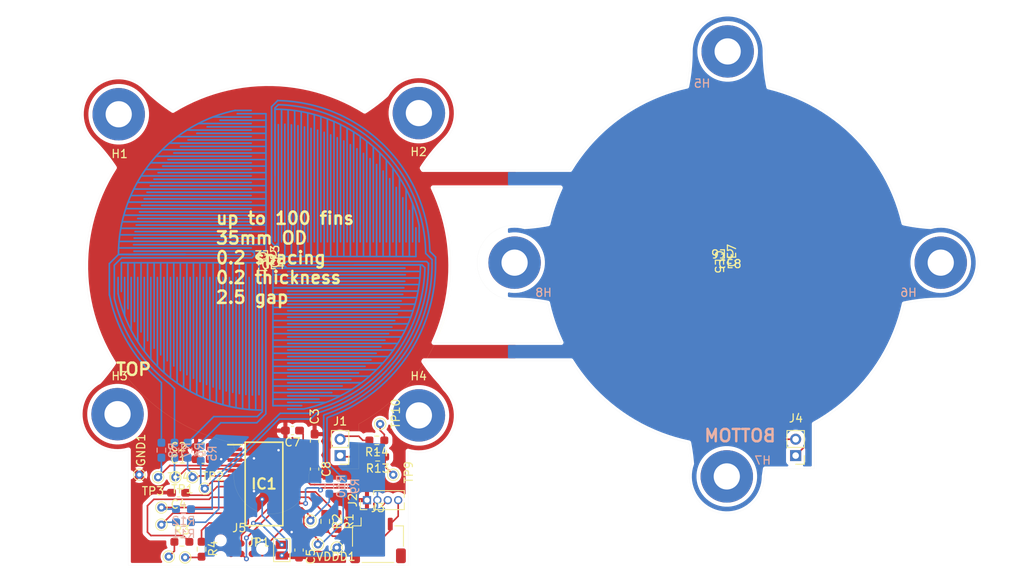
<source format=kicad_pcb>
(kicad_pcb (version 20241229) (generator "pcbnew") (generator_version "9.0")
  (layers (0 "F.Cu" signal) (2 "B.Cu" signal) (13 "F.Paste" user) (15 "B.Paste" user) (5 "F.SilkS" user "F.Silkscreen") (7 "B.SilkS" user "B.Silkscreen") (1 "F.Mask" user) (3 "B.Mask" user) (25 "Edge.Cuts" user))
  (net 0 "")
  (net 1 "Net-(IC1-VCCD)")
  (net 2 "GND")
  (net 3 "VDD")
  (net 4 "Net-(IC1-P5.2)")
  (net 5 "Net-(IC1-P5.3)")
  (net 6 "Net-(IC1-P5.0)")
  (net 7 "Net-(CE1-Pad2)")
  (net 8 "Net-(CE1-Pad1)")
  (net 9 "Net-(CE2-Pad2)")
  (net 10 "Net-(CE2-Pad1)")
  (net 15 "Net-(CE3-Pad1)")
  (net 16 "Net-(CE3-Pad2)")
  (net 17 "Net-(CE4-Pad1)")
  (net 18 "Net-(CE4-Pad2)")
  (net 19 "CAP3B")
  (net 20 "CAP2A")
  (net 22 "Net-(IC1-P0.1)")
  (net 27 "CAP0B")
  (net 28 "/RESET")
  (net 29 "Net-(IC1-P3.7)")
  (net 30 "CAP0A")
  (net 31 "CAP4A")
  (net 32 "Net-(IC1-P0.0)")
  (net 33 "CAP1A")
  (net 34 "CAP2B")
  (net 35 "CAP4B")
  (net 36 "Net-(IC1-P2.1)")
  (net 37 "Net-(IC1-P3.6)")
  (net 38 "CAP1B")
  (net 39 "Net-(IC1-P2.0)")
  (net 40 "CAP3A")
  (net 41 "SCL")
  (net 42 "SDA")
  (net 43 "/UART_TX")
  (net 44 "/UART_RX")
  (net 45 "Net-(J1-Pin_1)")
  (net 46 "Net-(J1-Pin_2)")
  (footprint "ECE382N:02W_02S_COIL_BACK" (layer "F.Cu") (at 186.462915 50.091 180)
    (property "Reference" "CE2")
    (property "Value" "C")
  )
  (footprint "MountingHole:MountingHole_3.2mm_M3_Pad" (layer "F.Cu") (at 216.813046 51.087283)
    (property "Reference" "H8")
    (property "Value" "~")
  )
  (footprint "ECE382N:02W_02S_COIL_BACK" (layer "F.Cu") (at 187.567915 50.341 90)
    (property "Reference" "CE3")
    (property "Value" "C")
  )
  (footprint "Capacitor_SMD:C_0603_1608Metric_Pad1.08x0.95mm_HandSolder" (layer "F.Cu") (at 175.8 79.2 180)
    (property "Reference" "C4")
    (property "Value" "0.1uF")
  )
  (footprint "TestPoint:TestPoint_THTPad_D1.0mm_Drill0.5mm" (layer "F.Cu") (at 177.5 77.3)
    (property "Reference" "TP2")
    (property "Value" "TestPoint")
  )
  (footprint "MountingHole:MountingHole_3.2mm_M3_Pad" (layer "F.Cu") (at 242.822646 25.280883)
    (property "Reference" "H5")
    (property "Value" "~")
  )
  (footprint "Resistor_SMD:R_0603_1608Metric_Pad0.98x0.95mm_HandSolder" (layer "F.Cu") (at 200 72.8 180)
    (property "Reference" "R14")
    (property "Value" "560")
  )
  (footprint "Connector_PinHeader_1.27mm:PinHeader_1x04_P1.27mm_Vertical" (layer "F.Cu") (at 198.795 80.1 90)
    (property "Reference" "J2")
    (property "Value" "Conn_01x04")
  )
  (footprint "Capacitor_SMD:C_0603_1608Metric_Pad1.08x0.95mm_HandSolder" (layer "F.Cu") (at 178.8 75.1 180)
    (property "Reference" "C1")
    (property "Value" "0.1uF")
  )
  (footprint "ECE382N:02W_02S__COIL_FRONT" (layer "F.Cu") (at 242.23072 49.976 180)
    (property "Reference" "CE6")
    (property "Value" "C")
  )
  (footprint "Connector_PinHeader_2.00mm:PinHeader_1x02_P2.00mm_Vertical" (layer "F.Cu") (at 251.121 74.66 180)
    (property "Reference" "J4")
    (property "Value" "Conn_01x02")
  )
  (footprint "TestPoint:TestPoint_THTPad_D1.0mm_Drill0.5mm" (layer "F.Cu") (at 175.4 77.3 180)
    (property "Reference" "TP3")
    (property "Value" "TestPoint")
  )
  (footprint "ECE382N:02W_02S__COIL_FRONT" (layer "F.Cu") (at 243.33572 50.226 90)
    (property "Reference" "CE7")
    (property "Value" "C")
  )
  (footprint "Jumper:SolderJumper-2_P1.3mm_Open_Pad1.0x1.5mm" (layer "F.Cu") (at 188.4 86.2125 90)
    (property "Reference" "JP1")
    (property "Value" "SolderJumper_2_Open")
  )
  (footprint "Capacitor_SMD:C_0603_1608Metric_Pad1.08x0.95mm_HandSolder" (layer "F.Cu") (at 192.4 72.9 90)
    (property "Reference" "C3")
    (property "Value" "2.2n")
  )
  (footprint "TestPoint:TestPoint_THTPad_D1.0mm_Drill0.5mm" (layer "F.Cu") (at 173.7 81 180)
    (property "Reference" "TP8" (hide yes))
    (property "Value" "TestPoint")
  )
  (footprint "TestPoint:TestPoint_THTPad_D1.0mm_Drill0.5mm" (layer "F.Cu") (at 202 77 180)
    (property "Reference" "TP9")
    (property "Value" "TestPoint")
  )
  (footprint "MountingHole:MountingHole_3.2mm_M3_Pad" (layer "F.Cu") (at 168.491566 32.958434)
    (property "Reference" "H1")
    (property "Value" "~")
  )
  (footprint "Connector_PinHeader_2.00mm:PinHeader_1x02_P2.00mm_Vertical" (layer "F.Cu") (at 195.5161 74.66 180)
    (property "Reference" "J1")
    (property "Value" "Conn_01x02" (hide yes))
  )
  (footprint "Connector_JST:JST_SH_SM04B-SRSS-TB_1x04-1MP_P1.00mm_Horizontal" (layer "F.Cu") (at 200.137801 85.026409)
    (property "Reference" "J3")
    (property "Value" "Conn_01x04")
  )
  (footprint "MountingHole:MountingHole_3.2mm_M3_Pad" (layer "F.Cu") (at 268.832246 51.087283)
    (property "Reference" "H6")
    (property "Value" "~")
  )
  (footprint "ECE382N:SOP65P780X200-28N" (layer "F.Cu") (at 186.223505 78.125)
    (property "Reference" "IC1")
    (property "Value" "CY8C4145PVI-PS431" (hide yes))
  )
  (footprint "TestPoint:TestPoint_THTPad_D1.0mm_Drill0.5mm" (layer "F.Cu") (at 173.3 77.3 180)
    (property "Reference" "TP4")
    (property "Value" "TestPoint")
  )
  (footprint "MountingHole:MountingHole_3.2mm_M3_Pad" (layer "F.Cu") (at 205.131046 69.749583)
    (property "Reference" "H4")
    (property "Value" "~")
  )
  (footprint "ECE382N:02W_02S_COIL_BACK" (layer "F.Cu") (at 186.012915 51.102 -90)
    (property "Reference" "CE1")
    (property "Value" "C")
  )
  (footprint "TestPoint:TestPoint_THTPad_D1.0mm_Drill0.5mm" (layer "F.Cu") (at 192.8 85.5 90)
    (property "Reference" "TP5" (hide yes))
    (property "Value" "TestPoint")
  )
  (footprint "Resistor_SMD:R_0603_1608Metric_Pad0.98x0.95mm_HandSolder" (layer "F.Cu") (at 176.2 85.2)
    (property "Reference" "R3")
    (property "Value" "330")
  )
  (footprint "TestPoint:TestPoint_THTPad_D1.0mm_Drill0.5mm" (layer "F.Cu") (at 174.6 87)
    (property "Reference" "TP11" (hide yes))
    (property "Value" "TestPoint")
  )
  (footprint "TestPoint:TestPoint_THTPad_D1.0mm_Drill0.5mm" (layer "F.Cu") (at 191.9 82.6)
    (property "Reference" "TP6" (hide yes))
    (property "Value" "TestPoint")
  )
  (footprint "ECE382N:02W_02S_COIL_BACK" (layer "F.Cu") (at 187.317915 51.362)
    (property "Reference" "CE4")
    (property "Value" "C")
  )
  (footprint "TestPoint:TestPoint_THTPad_D1.0mm_Drill0.5mm" (layer "F.Cu") (at 200.4 70.8 180)
    (property "Reference" "TP10")
    (property "Value" "TestPoint")
  )
  (footprint "Resistor_SMD:R_0603_1608Metric_Pad0.98x0.95mm_HandSolder" (layer "F.Cu") (at 178.6 86.1 90)
    (property "Reference" "R4")
    (property "Value" "330")
  )
  (footprint "Capacitor_SMD:C_0603_1608Metric_Pad1.08x0.95mm_HandSolder" (layer "F.Cu") (at 192.4 76.3 -90)
    (property "Reference" "C8")
    (property "Value" "470n")
  )
  (footprint "Resistor_SMD:R_0603_1608Metric_Pad0.98x0.95mm_HandSolder" (layer "F.Cu") (at 195.2 82.7 -90)
    (property "Reference" "R1")
    (property "Value" "330")
  )
  (footprint "TestPoint:TestPoint_THTPad_D1.0mm_Drill0.5mm" (layer "F.Cu") (at 173.7 83.1 180)
    (property "Reference" "TP7" (hide yes))
    (property "Value" "TestPoint")
  )
  (footprint "ECE382N:02W_02S__COIL_FRONT" (layer "F.Cu") (at 243.08572 51.247)
    (property "Reference" "CE8")
    (property "Value" "C")
  )
  (footprint "Connector:Tag-Connect_TC2030-IDC-NL_2x03_P1.27mm_Vertical" (layer "F.Cu") (at 183.47 86.035 180)
    (property "Reference" "J5")
    (property "Value" "Conn_ARM_SWD_TagConnect_TC2030-NL")
  )
  (footprint "TestPoint:TestPoint_THTPad_D1.0mm_Drill0.5mm" (layer "F.Cu") (at 195.1 85.9 180)
    (property "Reference" "VDDD1")
    (property "Value" "TestPoint")
  )
  (footprint "ECE382N:02W_02S__COIL_FRONT" (layer "F.Cu") (at 241.78072 50.987 -90)
    (property "Reference" "CE5")
    (property "Value" "C")
  )
  (footprint "Capacitor_SMD:C_0603_1608Metric_Pad1.08x0.95mm_HandSolder" (layer "F.Cu") (at 190.5 86.2 -90)
    (property "Reference" "C5")
    (property "Value" "1uF")
  )
  (footprint "MountingHole:MountingHole_3.2mm_M3_Pad" (layer "F.Cu") (at 168.347876 69.597883)
    (property "Reference" "H3")
    (property "Value" "~")
  )
  (footprint "MountingHole:MountingHole_3.2mm_M3_Pad" (layer "F.Cu") (at 242.715396 77.204133)
    (property "Reference" "H7")
    (property "Value" "~")
  )
  (footprint "Resistor_SMD:R_0603_1608Metric_Pad0.98x0.95mm_HandSolder" (layer "F.Cu") (at 193.7 82.7 -90)
    (property "Reference" "R2")
    (property "Value" "330")
  )
  (footprint "TestPoint:TestPoint_THTPad_D1.0mm_Drill0.5mm" (layer "F.Cu") (at 176.6 87.1)
    (property "Reference" "TP12" (hide yes))
    (property "Value" "TestPoint")
  )
  (footprint "TestPoint:TestPoint_THTPad_D1.0mm_Drill0.5mm" (layer "F.Cu") (at 171 77 -90)
    (property "Reference" "GND1")
    (property "Value" "TestPoint")
  )
  (footprint "Resistor_SMD:R_0603_1608Metric_Pad0.98x0.95mm_HandSolder" (layer "F.Cu") (at 200.1 74.8 180)
    (property "Reference" "R13")
    (property "Value" "560")
  )
  (footprint "Capacitor_SMD:C_0603_1608Metric_Pad1.08x0.95mm_HandSolder" (layer "F.Cu") (at 178.8 73.6 180)
    (property "Reference" "C2")
    (property "Value" "0.1uF")
  )
  (footprint "Capacitor_SMD:C_0603_1608Metric_Pad1.08x0.95mm_HandSolder" (layer "F.Cu") (at 189.7 71.6 180)
    (property "Reference" "C7")
    (property "Value" "470n")
  )
  (footprint "MountingHole:MountingHole_3.2mm_M3_Pad" (layer "F.Cu") (at 205.131006 32.814753)
    (property "Reference" "H2")
    (property "Value" "~")
  )
  (footprint "TestPoint:TestPoint_THTPad_D1.0mm_Drill0.5mm" (layer "F.Cu") (at 179 78.7)
    (property "Reference" "TP1")
    (property "Value" "TestPoint")
  )
  (footprint "Resistor_SMD:R_0603_1608Metric_Pad0.98x0.95mm_HandSolder" (layer "B.Cu") (at 176.4 82.8)
    (property "Reference" "R11")
    (property "Value" "560")
  )
  (footprint "Resistor_SMD:R_0603_1608Metric_Pad0.98x0.95mm_HandSolder" (layer "B.Cu") (at 178.5 74.4 90)
    (property "Reference" "R5")
    (property "Value" "560")
  )
  (footprint "Resistor_SMD:R_0603_1608Metric_Pad0.98x0.95mm_HandSolder" (layer "B.Cu") (at 173.7 74 90)
    (property "Reference" "R8")
    (property "Value" "560")
  )
  (footprint "Resistor_SMD:R_0603_1608Metric_Pad0.98x0.95mm_HandSolder" (layer "B.Cu") (at 176.4 81.2)
    (property "Reference" "R12")
    (property "Value" "560")
  )
  (footprint "Resistor_SMD:R_0603_1608Metric_Pad0.98x0.95mm_HandSolder" (layer "B.Cu") (at 176.9 74 90)
    (property "Reference" "R6")
    (property "Value" "560")
  )
  (footprint "Resistor_SMD:R_0603_1608Metric_Pad0.98x0.95mm_HandSolder" (layer "B.Cu") (at 194.2 78.4 90)
    (property "Reference" "R10")
    (property "Value" "560")
  )
  (footprint "Resistor_SMD:R_0603_1608Metric_Pad0.98x0.95mm_HandSolder" (layer "B.Cu") (at 175.3 74 90)
    (property "Reference" "R7")
    (property "Value" "560")
  )
  (footprint "Resistor_SMD:R_0603_1608Metric_Pad0.98x0.95mm_HandSolder" (layer "B.Cu") (at 195.9 78.4 90)
    (property "Reference" "R9")
    (property "Value" "560")
  )
  (gr_arc (start 241.657561 69.567256) (mid 229.980985 65.442987) (end 223.48503 54.9) (stroke (width 0.2)) (layer "F.Cu") (net 46))
  (gr_arc (start 223.770734 49.484577) (mid 227.983107 38.058235) (end 238.4 31.75) (stroke (width 0.2)) (layer "F.Cu") (net 46))
  (gr_arc (start 243.699965 31.736812) (mid 256.40309 37.032601) (end 261.9 49.65) (stroke (width 0.2)) (layer "F.Cu") (net 46))
  (gr_arc (start 174.773714 65.943) (mid 170.440753 61.277946) (end 167.952995 55.4172) (stroke (width 0.2)) (layer "B.Cu") (net 10))
  (gr_arc (start 205.863053 51.7) (mid 201.993987 62.640438) (end 192.367051 69.120018) (stroke (width 0.2)) (layer "B.Cu") (net 18))
  (gr_arc (start 207.166597 51.155728) (mid 203.591214 62.679511) (end 194 70) (stroke (width 0.2)) (layer "B.Cu") (net 15))
  (gr_arc (start 187.882195 31.286187) (mid 200.876977 36.761217) (end 206.469101 49.70604) (stroke (width 0.2)) (layer "B.Cu") (net 15))
  (gr_arc (start 187.963946 31.797564) (mid 200.635265 37.240356) (end 205.964164 49.96) (stroke (width 0.2)) (layer "B.Cu") (net 16))
  (gr_arc (start 173.3 65.35) (mid 169.504185 60.693143) (end 167.376338 55.074707) (stroke (width 0.2)) (layer "B.Cu") (net 9))
  (gr_arc (start 206.299177 51.353274) (mid 202.486677 62.707486) (end 192.620041 69.497405) (stroke (width 0.2)) (layer "B.Cu") (net 17))
  (gr_arc (start 206.735478 51.155121) (mid 203.151587 62.548483) (end 193.569796 69.678858) (stroke (width 0.2)) (layer "B.Cu") (net 16))
  (gr_arc (start 208.766824 56.123035) (mid 204.854234 64.641913) (end 197.784146 70.797682) (stroke (width 0.008)) (layer "F.SilkS"))
  (gr_arc (start 182.464917 73.10369) (mid 174.257781 69.560132) (end 168.103842 63.076083) (stroke (width 0.008)) (layer "F.SilkS"))
  (gr_line (start 197.784146 70.797682) (end 197.784146 76.284083) (stroke (width 0.008)) (layer "F.SilkS"))
  (gr_line (start 197.784146 76.284083) (end 191.814195 76.284083) (stroke (width 0.008)) (layer "F.SilkS"))
  (gr_line (start 191.676799 77.182719) (end 191.814195 76.284083) (stroke (width 0.008)) (layer "F.SilkS"))
  (gr_arc (start 191.676799 77.182719) (mid 186.3339 81.703965) (end 182.815522 75.653404) (stroke (width 0.008)) (layer "F.SilkS"))
  (gr_arc (start 182.464917 73.10369) (mid 182.678102 74.373338) (end 182.815522 75.653404) (stroke (width 0.008)) (layer "F.SilkS"))
  (gr_arc (start 216.813046 55.653635) (mid 212.2889 50.467868) (end 218.040426 46.688975) (stroke (width 0.008)) (layer "Edge.Cuts"))
  (gr_line (start 206.966778 60.840883) (end 222.487259 60.840883) (stroke (width 0.008)) (layer "Edge.Cuts"))
  (gr_arc (start 165.262667 36.187333) (mid 166.696577 37.771834) (end 167.965653 39.49119) (stroke (width 0.008)) (layer "Edge.Cuts"))
  (gr_arc (start 222.487259 60.840883) (mid 221.529753 58.483548) (end 220.847236 56.032423) (stroke (width 0.008)) (layer "Edge.Cuts"))
  (gr_line (start 203.808246 88.069683) (end 203.808246 74.120137) (stroke (width 0.008)) (layer "Edge.Cuts"))
  (gr_arc (start 175.107991 32.487779) (mid 173.343807 31.195145) (end 171.720464 29.729536) (stroke (width 0.008)) (layer "Edge.Cuts"))
  (gr_arc (start 238.256294 25.280883) (mid 242.822646 20.714531) (end 247.388998 25.280883) (stroke (width 0.008)) (layer "Edge.Cuts"))
  (gr_line (start 208.344731 66.505547) (end 207.806458 65.772968) (stroke (width 0.008)) (layer "Edge.Cuts"))
  (gr_arc (start 247.281699 77.182719) (mid 241.9388 81.703965) (end 238.420422 75.653404) (stroke (width 0.008)) (layer "Edge.Cuts"))
  (gr_arc (start 267.604866 46.688975) (mid 273.356392 50.467868) (end 268.832246 55.653635) (stroke (width 0.008)) (layer "Edge.Cuts"))
  (gr_arc (start 223.583609 39.708083) (mid 229.665648 33.160005) (end 237.831414 29.528363) (stroke (width 0.008)) (layer "Edge.Cuts"))
  (gr_arc (start 220.895547 46.331918) (mid 219.473982 46.558391) (end 218.040426 46.688975) (stroke (width 0.008)) (layer "Edge.Cuts"))
  (gr_arc (start 264.371724 56.123035) (mid 266.58967 55.771307) (end 268.832246 55.653635) (stroke (width 0.008)) (layer "Edge.Cuts"))
  (gr_arc (start 216.813046 55.653635) (mid 218.839013 55.748539) (end 220.847236 56.032423) (stroke (width 0.008)) (layer "Edge.Cuts"))
  (gr_arc (start 205.537759 39.52963) (mid 205.594166 39.618724) (end 205.65015 39.708083) (stroke (width 0.008)) (layer "Edge.Cuts"))
  (gr_arc (start 267.604866 46.688975) (mid 265.955471 46.530284) (end 264.323254 46.244706) (stroke (width 0.008)) (layer "Edge.Cuts"))
  (gr_arc (start 175.107991 32.487779) (mid 186.826148 29.211232) (end 198.518452 32.57887) (stroke (width 0.008)) (layer "Edge.Cuts"))
  (gr_line (start 253.389046 70.797682) (end 253.389046 76.284083) (stroke (width 0.008)) (layer "Edge.Cuts"))
  (gr_line (start 169.670646 73.968446) (end 169.670646 88.069683) (stroke (width 0.008)) (layer "Edge.Cuts"))
  (gr_arc (start 238.256294 25.280883) (mid 238.149809 27.415222) (end 237.831414 29.528363) (stroke (width 0.008)) (layer "Edge.Cuts"))
  (gr_arc (start 201.153049 30.572566) (mid 207.892066 29.177708) (end 208.359909 36.043649) (stroke (width 0.008)) (layer "Edge.Cuts"))
  (gr_arc (start 247.833969 29.626599) (mid 247.500531 27.465102) (end 247.388998 25.280883) (stroke (width 0.008)) (layer "Edge.Cuts"))
  (gr_arc (start 207.806458 65.772968) (mid 206.71664 64.502747) (end 205.729285 63.151349) (stroke (width 0.008)) (layer "Edge.Cuts"))
  (gr_line (start 223.708742 63.076083) (end 205.775282 63.076083) (stroke (width 0.008)) (layer "Edge.Cuts"))
  (gr_arc (start 201.153049 30.572566) (mid 199.874538 31.626653) (end 198.518452 32.57887) (stroke (width 0.008)) (layer "Edge.Cuts"))
  (gr_arc (start 205.775282 63.076083) (mid 205.752322 63.113739) (end 205.729285 63.151349) (stroke (width 0.008)) (layer "Edge.Cuts"))
  (gr_arc (start 205.537759 39.52963) (mid 206.857374 37.712596) (end 208.359909 36.043649) (stroke (width 0.008)) (layer "Edge.Cuts"))
  (gr_line (start 205.65015 39.708083) (end 223.583609 39.708083) (stroke (width 0.008)) (layer "Edge.Cuts"))
  (gr_arc (start 264.371724 56.123035) (mid 260.459134 64.641913) (end 253.389046 70.797682) (stroke (width 0.008)) (layer "Edge.Cuts"))
  (gr_arc (start 238.069817 73.10369) (mid 229.862681 69.560132) (end 223.708742 63.076083) (stroke (width 0.008)) (layer "Edge.Cuts"))
  (gr_arc (start 208.344731 66.505547) (mid 209.053974 72.086716) (end 203.808246 74.120137) (stroke (width 0.008)) (layer "Edge.Cuts"))
  (gr_arc (start 238.069817 73.10369) (mid 238.283002 74.373338) (end 238.420422 75.653404) (stroke (width 0.008)) (layer "Edge.Cuts"))
  (gr_line (start 222.392107 41.943283) (end 206.871633 41.943283) (stroke (width 0.008)) (layer "Edge.Cuts"))
  (gr_line (start 247.281699 77.182719) (end 247.419095 76.284083) (stroke (width 0.008)) (layer "Edge.Cuts"))
  (gr_arc (start 206.871633 41.943283) (mid 209.021783 51.381497) (end 206.966778 60.840883) (stroke (width 0.008)) (layer "Edge.Cuts"))
  (gr_arc (start 220.895547 46.331918) (mid 221.529363 44.098566) (end 222.392107 41.943283) (stroke (width 0.008)) (layer "Edge.Cuts"))
  (gr_arc (start 169.670646 73.968446) (mid 164.148379 71.391131) (end 166.105697 65.619918) (stroke (width 0.008)) (layer "Edge.Cuts"))
  (gr_line (start 169.670646 88.069683) (end 203.808246 88.069683) (stroke (width 0.008)) (layer "Edge.Cuts"))
  (gr_arc (start 165.262667 36.187333) (mid 165.262667 29.729535) (end 171.720464 29.729536) (stroke (width 0.008)) (layer "Edge.Cuts"))
  (gr_arc (start 167.872095 63.348564) (mid 164.456998 51.406301) (end 167.965653 39.49119) (stroke (width 0.008)) (layer "Edge.Cuts"))
  (gr_line (start 253.389046 76.284083) (end 247.419095 76.284083) (stroke (width 0.008)) (layer "Edge.Cuts"))
  (gr_arc (start 167.872095 63.348564) (mid 167.027037 64.513902) (end 166.105697 65.619918) (stroke (width 0.008)) (layer "Edge.Cuts"))
  (gr_arc (start 247.833969 29.626599) (mid 258.436826 35.595719) (end 264.323254 46.244706) (stroke (width 0.008)) (layer "Edge.Cuts"))
  (gr_text "TOP" (at 168 65 0) (layer "F.SilkS") (effects (font (size 1.5 1.5) (thickness 0.3) (bold yes)) (justify left bottom)))
  (gr_text "up to 100 fins\n35mm OD\n0.2 spacing\n0.2 thickness\n2.5 gap" (at 180.2 56.2 0) (layer "F.SilkS") (effects (font (size 1.5 1.5) (thickness 0.3) (bold yes)) (justify left bottom)))
  (gr_text "BOTTOM" (at 248.85 73.1 0) (layer "B.SilkS") (effects (font (size 1.5 1.5) (thickness 0.3) (bold yes)) (justify left bottom mirror)))
  (segment (start 180.1 73.9) (end 182.685505 73.9) (width 0.2) (layer "F.Cu") (net 1))
  (segment (start 184.1 79.1) (end 185 80) (width 0.2) (layer "F.Cu") (net 2))
  (segment (start 198.795 82.86921) (end 198.637801 83.026409) (width 0.2) (layer "F.Cu") (net 2))
  (segment (start 198.795 80.1) (end 198.795 82.86921) (width 0.2) (layer "F.Cu") (net 2))
  (segment (start 182.2 84.8) (end 183.699 83.301) (width 0.2) (layer "F.Cu") (net 2))
  (segment (start 185 74) (end 186 74) (width 0.2) (layer "F.Cu") (net 2))
  (segment (start 184.301 82.9661) (end 184.301 82) (width 0.2) (layer "F.Cu") (net 2))
  (segment (start 182.685505 74.55) (end 184.45 74.55) (width 0.2) (layer "F.Cu") (net 2))
  (segment (start 184.301 82) (end 185 82) (width 0.2) (layer "F.Cu") (net 2))
  (segment (start 183.699 83.301) (end 183.9661 83.301) (width 0.2) (layer "F.Cu") (net 2))
  (segment (start 184.45 74.55) (end 185 74) (width 0.2) (layer "F.Cu") (net 2))
  (segment (start 183.9661 83.301) (end 184.301 82.9661) (width 0.2) (layer "F.Cu") (net 2))
  (segment (start 182.685505 79.1) (end 184.1 79.1) (width 0.2) (layer "F.Cu") (net 2))
  (segment (start 182.2 85.4) (end 182.2 84.8) (width 0.2) (layer "F.Cu") (net 2))
  (via (at 186 80) (size 0.6) (drill 0.3) (layers "F.Cu" "B.Cu") (net 2))
  (via (at 188.4 86.862499) (size 0.6) (drill 0.3) (layers "F.Cu" "B.Cu") (net 2))
  (segment (start 189 85) (end 189 86.262499) (width 0.2) (layer "B.Cu") (net 2))
  (segment (start 186 82) (end 189 85) (width 0.2) (layer "B.Cu") (net 2))
  (segment (start 189 86.262499) (end 188.4 86.862499) (width 0.2) (layer "B.Cu") (net 2))
  (segment (start 186 80) (end 186 82) (width 0.2) (layer "B.Cu") (net 2))
  (segment (start 182.685505 75.2) (end 184.8 75.2) (width 0.2) (layer "F.Cu") (net 3))
  (segment (start 182.585505 75.1) (end 182.685505 75.2) (width 0.2) (layer "F.Cu") (net 3))
  (segment (start 179.464686 79.501) (end 180.515686 78.45) (width 0.2) (layer "F.Cu") (net 3))
  (segment (start 179.6625 75.1) (end 181 75.1) (width 0.2) (layer "F.Cu") (net 3))
  (segment (start 195.1 85.9) (end 194.600001 86.399999) (width 0.2) (layer "F.Cu") (net 3))
  (segment (start 176.963501 79.501) (end 179.464686 79.501) (width 0.2) (layer "F.Cu") (net 3))
  (segment (start 181 75.1) (end 182.585505 75.1) (width 0.2) (layer "F.Cu") (net 3))
  (segment (start 184.45 78.45) (end 185 79) (width 0.2) (layer "F.Cu") (net 3))
  (segment (start 180.515686 78.45) (end 182.685505 78.45) (width 0.2) (layer "F.Cu") (net 3))
  (segment (start 189.761505 73.9) (end 188.1 73.9) (width 0.2) (layer "F.Cu") (net 3))
  (segment (start 190.5 85.337499) (end 190.5 84.9) (width 0.2) (layer "F.Cu") (net 3))
  (segment (start 194.600001 86.399999) (end 191.5625 86.399999) (width 0.2) (layer "F.Cu") (net 3))
  (segment (start 200.065 80.1) (end 199.637801 80.527199) (width 0.2) (layer "F.Cu") (net 3))
  (segment (start 188.1 73.9) (end 188 74) (width 0.2) (layer "F.Cu") (net 3))
  (segment (start 184.74 85.4) (end 185.150252 84.989748) (width 0.2) (layer "F.Cu") (net 3))
  (segment (start 176.662501 79.2) (end 176.963501 79.501) (width 0.2) (layer "F.Cu") (net 3))
  (segment (start 189.6 82.511505) (end 189.761505 82.35) (width 0.2) (layer "F.Cu") (net 3))
  (segment (start 185.150252 84.989748) (end 185.999901 84.989748) (width 0.2) (layer "F.Cu") (net 3))
  (segment (start 182.685505 78.45) (end 184.45 78.45) (width 0.2) (layer "F.Cu") (net 3))
  (segment (start 184.8 75.2) (end 185 75) (width 0.2) (layer "F.Cu") (net 3))
  (segment (start 189.6 84) (end 189.6 82.511505) (width 0.2) (layer "F.Cu") (net 3))
  (segment (start 199.637801 80.527199) (end 199.637801 83.026409) (width 0.2) (layer "F.Cu") (net 3))
  (segment (start 191.5625 86.399999) (end 190.5 85.337499) (width 0.2) (layer "F.Cu") (net 3))
  (segment (start 190.5 84.9) (end 189.6 84) (width 0.2) (layer "F.Cu") (net 3))
  (via (at 185 75) (size 0.6) (drill 0.3) (layers "F.Cu" "B.Cu") (net 3))
  (via (at 185.999901 84.989748) (size 0.6) (drill 0.3) (layers "F.Cu" "B.Cu") (net 3))
  (via (at 185 79) (size 0.6) (drill 0.3) (layers "F.Cu" "B.Cu") (net 3))
  (via (at 181 75.1) (size 0.6) (drill 0.3) (layers "F.Cu" "B.Cu") (net 3))
  (via (at 188 74) (size 0.6) (drill 0.3) (layers "F.Cu" "B.Cu") (net 3))
  (via (at 189.6 84) (size 0.6) (drill 0.3) (layers "F.Cu" "B.Cu") (net 3))
  (segment (start 200.065 80.1) (end 200.065 80.935) (width 0.2) (layer "B.Cu") (net 3))
  (segment (start 200 81) (end 199.5 81.5) (width 0.2) (layer "B.Cu") (net 3))
  (segment (start 200.065 80.935) (end 200 81) (width 0.2) (layer "B.Cu") (net 3))
  (segment (start 200.065 80.1) (end 200.065 78.565) (width 0.2) (layer "B.Cu") (net 3))
  (segment (start 192.2 73.737499) (end 190.737499 75.2) (width 0.2) (layer "F.Cu") (net 4))
  (segment (start 190.737499 75.2) (end 189.761505 75.2) (width 0.2) (layer "F.Cu") (net 4))
  (segment (start 191 74.199999) (end 190.649999 74.55) (width 0.2) (layer "F.Cu") (net 5))
  (segment (start 190.562501 71.6) (end 191 72.037499) (width 0.2) (layer "F.Cu") (net 5))
  (segment (start 190.649999 74.55) (end 189.761505 74.55) (width 0.2) (layer "F.Cu") (net 5))
  (segment (start 191 72.037499) (end 191 74.199999) (width 0.2) (layer "F.Cu") (net 5))
  (segment (start 191.987499 75.85) (end 189.761505 75.85) (width 0.2) (layer "F.Cu") (net 6))
  (segment (start 192.4 75.437499) (end 191.987499 75.85) (width 0.2) (layer "F.Cu") (net 6))
  (segment (start 186.012915 69.287085) (end 185.4 69.9) (width 0.2) (layer "B.Cu") (net 7))
  (segment (start 180.0875 69.9) (end 176.9 73.0875) (width 0.2) (layer "B.Cu") (net 7))
  (segment (start 186.012915 61.002) (end 186.012915 69.287085) (width 0.2) (layer "B.Cu") (net 7))
  (segment (start 185.4 69.9) (end 180.0875 69.9) (width 0.2) (layer "B.Cu") (net 7))
  (segment (start 186.012915 61.402) (end 186.012915 68.687085) (width 0.2) (layer "B.Cu") (net 7))
  (segment (start 180.95 70.65) (end 185.35 70.65) (width 0.2) (layer "B.Cu") (net 8))
  (segment (start 178.525 73.075) (end 180.95 70.65) (width 0.2) (layer "B.Cu") (net 8))
  (segment (start 185.35 70.65) (end 186.45 69.55) (width 0.2) (layer "B.Cu") (net 8))
  (segment (start 185.799 52.601) (end 185.612915 52.787085) (width 0.2) (layer "B.Cu") (net 8))
  (segment (start 178.5 73.075) (end 178.525 73.075) (width 0.2) (layer "B.Cu") (net 8))
  (segment (start 186.45 52.841311) (end 186.209689 52.601) (width 0.2) (layer "B.Cu") (net 8))
  (segment (start 185.612915 52.787085) (end 185.612915 59.2) (width 0.2) (layer "B.Cu") (net 8))
  (segment (start 186.45 69.55) (end 186.45 52.841311) (width 0.2) (layer "B.Cu") (net 8))
  (segment (start 186.209689 52.601) (end 185.799 52.601) (width 0.2) (layer "B.Cu") (net 8))
  (segment (start 167.35 51.203915) (end 167.35 55.048369) (width 0.2) (layer "B.Cu") (net 9))
  (segment (start 170.65 50.1) (end 169.717815 50.1) (width 0.2) (layer "B.Cu") (net 9))
  (segment (start 168.462915 50.091) (end 167.35 51.203915) (width 0.2) (layer "B.Cu") (net 9))
  (segment (start 171.012057 50.091) (end 170.679857 50.091) (width 0.2) (layer "B.Cu") (net 9))
  (segment (start 173.3 65.35) (end 173.7 65.75) (width 0.2) (layer "B.Cu") (net 9))
  (segment (start 176.662915 50.091) (end 168.659 50.091) (width 0.2) (layer "B.Cu") (net 9))
  (segment (start 169.717815 50.1) (end 169.385615 50.1) (width 0.2) (layer "B.Cu") (net 9))
  (segment (start 176.562915 50.091) (end 168.462915 50.091) (width 0.2) (layer "B.Cu") (net 9))
  (segment (start 167.35 55.048369) (end 167.376338 55.074707) (width 0.2) (layer "B.Cu") (net 9))
  (segment (start 170.407157 50.091) (end 176.662915 50.091) (width 0.2) (layer "B.Cu") (net 9))
  (segment (start 173.7 65.75) (end 173.7 73.0875) (width 0.2) (layer "B.Cu") (net 9))
  (segment (start 185.05 50.201689) (end 184.751689 50.5) (width 0.2) (layer "B.Cu") (net 10))
  (segment (start 185.05 49.95) (end 185.05 50.201689) (width 0.2) (layer "B.Cu") (net 10))
  (segment (start 167.952995 51.39482) (end 167.952995 55.4172) (width 0.2) (layer "B.Cu") (net 10))
  (segment (start 168.847815 50.5) (end 167.952995 51.39482) (width 0.2) (layer "B.Cu") (net 10))
  (segment (start 178.364915 49.691) (end 184.791 49.691) (width 0.2) (layer "B.Cu") (net 10))
  (segment (start 175.3 66.469286) (end 175.3 73.0875) (width 0.2) (layer "B.Cu") (net 10))
  (segment (start 174.773714 65.943) (end 175.3 66.469286) (width 0.2) (layer "B.Cu") (net 10))
  (segment (start 184.751689 50.5) (end 168.847815 50.5) (width 0.2) (layer "B.Cu") (net 10))
  (segment (start 184.791 49.691) (end 185.05 49.95) (width 0.2) (layer "B.Cu") (net 10))
  (segment (start 195.9 77.4875) (end 193.9125 75.5) (width 0.2) (layer "B.Cu") (net 15))
  (segment (start 206.469101 49.70604) (end 207.166597 50.403536) (width 0.2) (layer "B.Cu") (net 15))
  (segment (start 187.6 49.05) (end 187.579141 49.05) (width 0.2) (layer "B.Cu") (net 15))
  (segment (start 187.15 32.035223) (end 187.899036 31.286187) (width 0.2) (layer "B.Cu") (net 15))
  (segment (start 187.579141 49.05) (end 187.15 48.620859) (width 0.2) (layer "B.Cu") (net 15))
  (segment (start 187.967915 48.682085) (end 187.6 49.05) (width 0.2) (layer "B.Cu") (net 15))
  (segment (start 207.166597 50.403536) (end 207.166597 51.155728) (width 0.2) (layer "B.Cu") (net 15))
  (segment (start 187.15 48.620859) (end 187.15 32.035223) (width 0.2) (layer "B.Cu") (net 15))
  (segment (start 193.9125 70.0875) (end 194 70) (width 0.2) (layer "B.Cu") (net 15))
  (segment (start 187.967915 42.243) (end 187.967915 48.682085) (width 0.2) (layer "B.Cu") (net 15))
  (segment (start 193.9125 75.5) (end 193.9125 70.0875) (width 0.2) (layer "B.Cu") (net 15))
  (segment (start 187.567915 32.193595) (end 187.963946 31.797564) (width 0.2) (layer "B.Cu") (net 16))
  (segment (start 187.567915 40.441) (end 187.567915 32.193595) (width 0.2) (layer "B.Cu") (net 16))
  (segment (start 193.5115 75.6661) (end 194.3 76.4546) (width 0.2) (layer "B.Cu") (net 16))
  (segment (start 193.5115 69.737154) (end 193.5115 70.9885) (width 0.2) (layer "B.Cu") (net 16))
  (segment (start 193.5115 71) (end 193.5115 75.6661) (width 0.2) (layer "B.Cu") (net 16))
  (segment (start 193.5115 70.9885) (end 193.5 71) (width 0.2) (layer "B.Cu") (net 16))
  (segment (start 205.964164 49.96) (end 206.735478 50.731314) (width 0.2) (layer "B.Cu") (net 16))
  (segment (start 187.963946 31.797564) (end 187.954759 31.797564) (width 0.2) (layer "B.Cu") (net 16))
  (segment (start 193.569796 69.678858) (end 193.5115 69.737154) (width 0.2) (layer "B.Cu") (net 16))
  (segment (start 194.3 76.4546) (end 194.3 77.3875) (width 0.2) (layer "B.Cu") (net 16))
  (segment (start 206.735478 50.731314) (end 206.735478 51.155121) (width 0.2) (layer "B.Cu") (net 16))
  (segment (start 194.3 77.3875) (end 194.2 77.4875) (width 0.2) (layer "B.Cu") (net 16))
  (segment (start 193.5 71) (end 193.5115 71) (width 0.2) (layer "B.Cu") (net 16))
  (segment (start 179.1 82.8) (end 177.3125 82.8) (width 0.2) (layer "B.Cu") (net 17))
  (segment (start 192.620041 69.497405) (end 191.9251 70.192346) (width 0.2) (layer "B.Cu") (net 17))
  (segment (start 195.415915 51.762) (end 189.012 51.762) (width 0.2) (layer "B.Cu") (net 17))
  (segment (start 180.7 77.5671) (end 180.7 81.2) (width 0.2) (layer "B.Cu") (net 17))
  (segment (start 188.6 51.35) (end 189 50.95) (width 0.2) (layer "B.Cu") (net 17))
  (segment (start 180.7 81.2) (end 179.1 82.8) (width 0.2) (layer "B.Cu") (net 17))
  (segment (start 188.074754 70.192346) (end 180.7 77.5671) (width 0.2) (layer "B.Cu") (net 17))
  (segment (start 206.299177 51.173261) (end 206.299177 51.353274) (width 0.2) (layer "B.Cu") (net 17))
  (segment (start 189 50.95) (end 206.075916 50.95) (width 0.2) (layer "B.Cu") (net 17))
  (segment (start 189.012 51.762) (end 188.6 51.35) (width 0.2) (layer "B.Cu") (net 17))
  (segment (start 206.075916 50.95) (end 206.299177 51.173261) (width 0.2) (layer "B.Cu") (net 17))
  (segment (start 191.9251 70.192346) (end 188.074754 70.192346) (width 0.2) (layer "B.Cu") (net 17))
  (segment (start 191.992115 69.492115) (end 188.207885 69.492115) (width 0.2) (layer "B.Cu") (net 18))
  (segment (start 205.525053 51.362) (end 205.863053 51.7) (width 0.2) (layer "B.Cu") (net 18))
  (segment (start 179.9 77.8) (end 179.9 81.2) (width 0.2) (layer "B.Cu") (net 18))
  (segment (start 192.366431 69.117799) (end 191.992115 69.492115) (width 0.2) (layer "B.Cu") (net 18))
  (segment (start 179.9 81.2) (end 177.3125 81.2) (width 0.2) (layer "B.Cu") (net 18))
  (segment (start 197.217915 51.362) (end 205.525053 51.362) (width 0.2) (layer "B.Cu") (net 18))
  (segment (start 188.207885 69.492115) (end 179.9 77.8) (width 0.2) (layer "B.Cu") (net 18))
  (segment (start 190.849005 81.05) (end 189.761505 81.05) (width 0.2) (layer "F.Cu") (net 19))
  (segment (start 191.9 82.100995) (end 190.849005 81.05) (width 0.2) (layer "F.Cu") (net 19))
  (segment (start 189.761505 81.174) (end 189.761505 81.05) (width 0.2) (layer "F.Cu") (net 19))
  (segment (start 194.2 80.3) (end 191.9 82.6) (width 0.2) (layer "B.Cu") (net 19))
  (segment (start 194.2 79.3125) (end 194.2 80.3) (width 0.2) (layer "B.Cu") (net 19))
  (segment (start 182.685505 76.5) (end 182.561505 76.376) (width 0.2) (layer "F.Cu") (net 20))
  (segment (start 176.723 76.277) (end 175.6 77.4) (width 0.2) (layer "F.Cu") (net 20))
  (segment (start 181.497005 76.376) (end 181.497005 76.277) (width 0.2) (layer "F.Cu") (net 20))
  (segment (start 181.497005 76.277) (end 176.723 76.277) (width 0.2) (layer "F.Cu") (net 20))
  (segment (start 182.561505 76.376) (end 181.497005 76.376) (width 0.2) (layer "F.Cu") (net 20))
  (segment (start 175.3 77.1) (end 175.6 77.4) (width 0.2) (layer "B.Cu") (net 20))
  (segment (start 175.3 74.9125) (end 175.3 77.1) (width 0.2) (layer "B.Cu") (net 20))
  (segment (start 183.477687 86.67) (end 184.07737 87.269683) (width 0.2) (layer "F.Cu") (net 22))
  (segment (start 188.2 78.3329) (end 188.2 78.274005) (width 0.2) (layer "F.Cu") (net 22))
  (segment (start 188.172005 78.360895) (end 188.2 78.3329) (width 0.2) (layer "F.Cu") (net 22))
  (segment (start 188.2 78.274005) (end 188.674005 77.8) (width 0.2) (layer "F.Cu") (net 22))
  (segment (start 188.172005 80.627995) (end 188.172005 78.360895) (width 0.2) (layer "F.Cu") (net 22))
  (segment (start 184.07737 84.72263) (end 188.172005 80.627995) (width 0.2) (layer "F.Cu") (net 22))
  (segment (start 183.47 86.67) (end 183.477687 86.67) (width 0.2) (layer "F.Cu") (net 22))
  (segment (start 188.674005 77.8) (end 189.761505 77.8) (width 0.2) (layer "F.Cu") (net 22))
  (via (at 184.07737 87.269683) (size 0.6) (drill 0.3) (layers "F.Cu" "B.Cu") (net 22))
  (via (at 184.07737 84.72263) (size 0.6) (drill 0.3) (layers "F.Cu" "B.Cu") (net 22))
  (segment (start 184.07737 84.72263) (end 184.07737 87.269683) (width 0.2) (layer "B.Cu") (net 22))
  (segment (start 192.4 78.2) (end 191.9 78.2) (width 0.2) (layer "F.Cu") (net 27))
  (segment (start 200 73.7125) (end 200 75.2454) (width 0.2) (layer "F.Cu") (net 27))
  (segment (start 200.4 71.575) (end 200.4 70.8) (width 0.2) (layer "F.Cu") (net 27))
  (segment (start 192.401 78.199) (end 192.4 78.2) (width 0.2) (layer "F.Cu") (net 27))
  (segment (start 190.85 77.15) (end 189.761505 77.15) (width 0.2) (layer "F.Cu") (net 27))
  (segment (start 200 75.2454) (end 197.0464 78.199) (width 0.2) (layer "F.Cu") (net 27))
  (segment (start 200.9125 72.8) (end 200 73.7125) (width 0.2) (layer "F.Cu") (net 27))
  (segment (start 200.9125 72.8) (end 200.9125 72.0875) (width 0.2) (layer "F.Cu") (net 27))
  (segment (start 197.0464 78.199) (end 192.401 78.199) (width 0.2) (layer "F.Cu") (net 27))
  (segment (start 200.9125 72.0875) (end 200.4 71.575) (width 0.2) (layer "F.Cu") (net 27))
  (segment (start 191.9 78.2) (end 190.85 77.15) (width 0.2) (layer "F.Cu") (net 27))
  (segment (start 184.93355 82.93355) (end 187.771005 80.096095) (width 0.2) (layer "F.Cu") (net 28))
  (segment (start 183.47 85.4) (end 183.47 84.3971) (width 0.2) (layer "F.Cu") (net 28))
  (segment (start 183.47 84.3971) (end 184.93355 82.93355) (width 0.2) (layer "F.Cu") (net 28))
  (segment (start 188.697005 76.5) (end 189.761505 76.5) (width 0.2) (layer "F.Cu") (net 28))
  (segment (start 187.771005 80.096095) (end 187.771005 77.426) (width 0.2) (layer "F.Cu") (net 28))
  (segment (start 187.771005 77.426) (end 188.697005 76.5) (width 0.2) (layer "F.Cu") (net 28))
  (via (at 188.4 85.562501) (size 0.6) (drill 0.3) (layers "F.Cu" "B.Cu") (net 28))
  (via (at 184.93355 82.93355) (size 0.6) (drill 0.3) (layers "F.Cu" "B.Cu") (net 28))
  (segment (start 188.4 85.562501) (end 185.771048 82.93355) (width 0.2) (layer "B.Cu") (net 28))
  (segment (start 185.771048 82.93355) (end 184.93355 82.93355) (width 0.2) (layer "B.Cu") (net 28))
  (segment (start 192.5125 79.1) (end 195.2 81.7875) (width 0.2) (layer "F.Cu") (net 29))
  (segment (start 189.761505 79.1) (end 192.5125 79.1) (width 0.2) (layer "F.Cu") (net 29))
  (segment (start 201.0125 74.8) (end 201.0125 76.0125) (width 0.2) (layer "F.Cu") (net 30))
  (segment (start 193.130515 78.869485) (end 193.130515 78.678522) (width 0.2) (layer "F.Cu") (net 30))
  (segment (start 201.0125 76.0125) (end 202 77) (width 0.2) (layer "F.Cu") (net 30))
  (segment (start 193.209037 78.6) (end 197.2125 78.6) (width 0.2) (layer "F.Cu") (net 30))
  (segment (start 191.3 80.5) (end 189.861505 80.5) (width 0.2) (layer "F.Cu") (net 30))
  (segment (start 197.2125 78.6) (end 201.0125 74.8) (width 0.2) (layer "F.Cu") (net 30))
  (segment (start 193.130515 78.678522) (end 193.209037 78.6) (width 0.2) (layer "F.Cu") (net 30))
  (segment (start 189.861505 80.5) (end 189.761505 80.4) (width 0.2) (layer "F.Cu") (net 30))
  (via (at 193.130515 78.869485) (size 0.6) (drill 0.3) (layers "F.Cu" "B.Cu") (net 30))
  (via (at 191.3 80.5) (size 0.6) (drill 0.3) (layers "F.Cu" "B.Cu") (net 30))
  (segment (start 192.861029 78.6) (end 191.5 78.6) (width 0.2) (layer "B.Cu") (net 30))
  (segment (start 193.130515 78.869485) (end 192.861029 78.6) (width 0.2) (layer "B.Cu") (net 30))
  (segment (start 191.5 78.6) (end 191.3 78.8) (width 0.2) (layer "B.Cu") (net 30))
  (segment (start 191.3 78.8) (end 191.3 80.5) (width 0.2) (layer "B.Cu") (net 30))
  (segment (start 175.1 81.7) (end 182.685505 81.7) (width 0.2) (layer "F.Cu") (net 31))
  (segment (start 173.7 83.1) (end 175.1 81.7) (width 0.2) (layer "F.Cu") (net 31))
  (segment (start 175.4875 82.8) (end 174 82.8) (width 0.2) (layer "B.Cu") (net 31))
  (segment (start 174 82.8) (end 173.7 83.1) (width 0.2) (layer "B.Cu") (net 31))
  (segment (start 188.573005 78.526995) (end 188.573005 83.537496) (width 0.2) (layer "F.Cu") (net 32))
  (segment (start 188.65 78.45) (end 188.573005 78.526995) (width 0.2) (layer "F.Cu") (net 32))
  (segment (start 186.8563 86.385549) (end 186.360549 86.8813) (width 0.2) (layer "F.Cu") (net 32))
  (segment (start 184.9513 86.8813) (end 184.74 86.67) (width 0.2) (layer "F.Cu") (net 32))
  (segment (start 188.573005 83.537496) (end 186.8563 85.254201) (width 0.2) (layer "F.Cu") (net 32))
  (segment (start 189.761505 78.45) (end 188.65 78.45) (width 0.2) (layer "F.Cu") (net 32))
  (segment (start 186.360549 86.8813) (end 184.9513 86.8813) (width 0.2) (layer "F.Cu") (net 32))
  (segment (start 186.8563 85.254201) (end 186.8563 86.385549) (width 0.2) (layer "F.Cu") (net 32))
  (segment (start 179.1 78.6) (end 179.9 77.8) (width 0.2) (layer "F.Cu") (net 33))
  (segment (start 179.9 77.8) (end 182.685505 77.8) (width 0.2) (layer "F.Cu") (net 33))
  (segment (start 178.5 75.3125) (end 178.5 78.2) (width 0.2) (layer "B.Cu") (net 33))
  (segment (start 178.5 78.2) (end 179 78.7) (width 0.2) (layer "B.Cu") (net 33))
  (segment (start 182.659505 75.876) (end 174.776 75.876) (width 0.2) (layer "F.Cu") (net 34))
  (segment (start 182.685505 75.85) (end 182.659505 75.876) (width 0.2) (layer "F.Cu") (net 34))
  (segment (start 173.3 77.3) (end 174.75 75.85) (width 0.2) (layer "F.Cu") (net 34))
  (segment (start 174.776 75.876) (end 174.75 75.85) (width 0.2) (layer "F.Cu") (net 34))
  (segment (start 173.7 74.9125) (end 173.7 76.9) (width 0.2) (layer "B.Cu") (net 34))
  (segment (start 173.7 76.9) (end 173.3 77.3) (width 0.2) (layer "B.Cu") (net 34))
  (segment (start 182.635505 81) (end 182.685505 81.05) (width 0.2) (layer "F.Cu") (net 35))
  (segment (start 173.7 81) (end 182.635505 81) (width 0.2) (layer "F.Cu") (net 35))
  (segment (start 175.4875 81.2) (end 173.9 81.2) (width 0.2) (layer "B.Cu") (net 35))
  (segment (start 173.9 81.2) (end 173.7 81) (width 0.2) (layer "B.Cu") (net 35))
  (segment (start 178.6 85.1875) (end 178.6 83.8) (width 0.2) (layer "F.Cu") (net 36))
  (segment (start 183.8 82.9) (end 183.9 82.8) (width 0.2) (layer "F.Cu") (net 36))
  (segment (start 178.6 83.8) (end 179.5 82.9) (width 0.2) (layer "F.Cu") (net 36))
  (segment (start 183.9 80.549995) (end 183.750005 80.4) (width 0.2) (layer "F.Cu") (net 36))
  (segment (start 179.5 82.9) (end 183.8 82.9) (width 0.2) (layer "F.Cu") (net 36))
  (segment (start 183.9 82.8) (end 183.9 80.549995) (width 0.2) (layer "F.Cu") (net 36))
  (segment (start 183.750005 80.4) (end 182.685505 80.4) (width 0.2) (layer "F.Cu") (net 36))
  (segment (start 191.6625 79.75) (end 193.7 81.7875) (width 0.2) (layer "F.Cu") (net 37))
  (segment (start 189.761505 79.75) (end 191.6625 79.75) (width 0.2) (layer "F.Cu") (net 37))
  (segment (start 189.696505 79.815) (end 189.761505 79.75) (width 0.2) (layer "F.Cu") (net 37))
  (segment (start 178 77.4) (end 178.25 77.15) (width 0.2) (layer "F.Cu") (net 38))
  (segment (start 178.25 77.15) (end 182.685505 77.15) (width 0.2) (layer "F.Cu") (net 38))
  (segment (start 176.9 74.9125) (end 176.9 76.3) (width 0.2) (layer "B.Cu") (net 38))
  (segment (start 176.9 76.3) (end 178 77.4) (width 0.2) (layer "B.Cu") (net 38))
  (segment (start 182.685505 79.75) (end 179.782786 79.75) (width 0.2) (layer "F.Cu") (net 39))
  (segment (start 179.532786 80) (end 172.783607 80) (width 0.2) (layer "F.Cu") (net 39))
  (segment (start 172.783607 80) (end 172 80.783607) (width 0.2) (layer "F.Cu") (net 39))
  (segment (start 172.424 84.424) (end 176.3365 84.424) (width 0.2) (layer "F.Cu") (net 39))
  (segment (start 179.782786 79.75) (end 179.532786 80) (width 0.2) (layer "F.Cu") (net 39))
  (segment (start 172 80.783607) (end 172 84) (width 0.2) (layer "F.Cu") (net 39))
  (segment (start 176.3365 84.424) (end 177.1125 85.2) (width 0.2) (layer "F.Cu") (net 39))
  (segment (start 172 84) (end 172.424 84.424) (width 0.2) (layer "F.Cu") (net 39))
  (segment (start 189.761505 81.7) (end 190.931905 81.7) (width 0.2) (layer "F.Cu") (net 40))
  (segment (start 191.099 81.867095) (end 191.099 83.199) (width 0.2) (layer "F.Cu") (net 40))
  (segment (start 192.8 84.9) (end 192.8 85.5) (width 0.2) (layer "F.Cu") (net 40))
  (segment (start 191.099 83.199) (end 192.8 84.9) (width 0.2) (layer "F.Cu") (net 40))
  (segment (start 190.931905 81.7) (end 191.099 81.867095) (width 0.2) (layer "F.Cu") (net 40))
  (segment (start 195.9 79.3125) (end 195.9 82.8) (width 0.2) (layer "B.Cu") (net 40))
  (segment (start 195.9 82.8) (end 193 85.7) (width 0.2) (layer "B.Cu") (net 40))
  (segment (start 200.939209 84.5) (end 201.637801 83.801408) (width 0.2) (layer "F.Cu") (net 41))
  (segment (start 201.637801 83.801408) (end 201.637801 83.026409) (width 0.2) (layer "F.Cu") (net 41))
  (segment (start 200.3671 84.5) (end 200.939209 84.5) (width 0.2) (layer "F.Cu") (net 41))
  (segment (start 200.363691 84.503409) (end 200.3671 84.5) (width 0.2) (layer "F.Cu") (net 41))
  (segment (start 202.605 82.05921) (end 201.637801 83.026409) (width 0.2) (layer "F.Cu") (net 41))
  (segment (start 193.7 83.6125) (end 194.590909 84.503409) (width 0.2) (layer "F.Cu") (net 41))
  (segment (start 194.590909 84.503409) (end 200.363691 84.503409) (width 0.2) (layer "F.Cu") (net 41))
  (segment (start 202.605 80.1) (end 202.605 82.05921) (width 0.2) (layer "F.Cu") (net 41))
  (segment (start 195.0125 83.7) (end 195.414909 84.102409) (width 0.2) (layer "F.Cu") (net 42))
  (segment (start 201.335 80.1) (end 200.637801 80.797199) (width 0.2) (layer "F.Cu") (net 42))
  (segment (start 200.197591 84.102409) (end 200.637801 83.662199) (width 0.2) (layer "F.Cu") (net 42))
  (segment (start 200.637801 80.797199) (end 200.637801 83.026409) (width 0.2) (layer "F.Cu") (net 42))
  (segment (start 200.637801 83.662199) (end 200.637801 83.026409) (width 0.2) (layer "F.Cu") (net 42))
  (segment (start 195.414909 84.102409) (end 200.197591 84.102409) (width 0.2) (layer "F.Cu") (net 42))
  (segment (start 176.6 87.1) (end 178.5125 87.1) (width 0.2) (layer "F.Cu") (net 43))
  (segment (start 181.7347 86.2047) (end 182.2 86.67) (width 0.2) (layer "F.Cu") (net 43))
  (segment (start 179.4078 86.2047) (end 181.7347 86.2047) (width 0.2) (layer "F.Cu") (net 43))
  (segment (start 178.6 87.0125) (end 179.4078 86.2047) (width 0.2) (layer "F.Cu") (net 43))
  (segment (start 178.5125 87.1) (end 178.6 87.0125) (width 0.2) (layer "F.Cu") (net 43))
  (segment (start 175.2875 86.3125) (end 174.6 87) (width 0.2) (layer "F.Cu") (net 44))
  (segment (start 175.2875 85.2) (end 175.2875 86.3125) (width 0.2) (layer "F.Cu") (net 44))
  (segment (start 242.35 52.8) (end 242.35 68.5) (width 0.2) (layer "F.Cu") (net 45))
  (segment (start 234.13272 49.576) (end 240.730462 49.576) (width 0.2) (layer "F.Cu") (net 45))
  (segment (start 243.73572 42.128) (end 243.73572 50.712743) (width 0.2) (layer "F.Cu") (net 45))
  (segment (start 252.45 72.05) (end 252.45 73.331) (width 0.2) (layer "F.Cu") (net 45))
  (segment (start 241.38072 52.66928) (end 241.564 52.486) (width 0.2) (layer "F.Cu") (net 45))
  (segment (start 240.730462 49.576) (end 242.801462 51.647) (width 0.2) (layer "F.Cu") (net 45))
  (segment (start 195.5161 74.66) (end 195.6561 74.8) (width 0.2) (layer "F.Cu") (net 45))
  (segment (start 245.15 71.3) (end 251.7 71.3) (width 0.2) (layer "F.Cu") (net 45))
  (segment (start 195.6561 74.8) (end 199.1875 74.8) (width 0.2) (layer "F.Cu") (net 45))
  (segment (start 242.35 52.098462) (end 242.801462 51.647) (width 0.2) (layer "F.Cu") (net 45))
  (segment (start 242.35 68.5) (end 245.15 71.3) (width 0.2) (layer "F.Cu") (net 45))
  (segment (start 242.036 52.486) (end 242.35 52.8) (width 0.2) (layer "F.Cu") (net 45))
  (segment (start 251.7 71.3) (end 252.45 72.05) (width 0.2) (layer "F.Cu") (net 45))
  (segment (start 241.38072 59.085) (end 241.38072 52.66928) (width 0.2) (layer "F.Cu") (net 45))
  (segment (start 242.801462 51.647) (end 251.18372 51.647) (width 0.2) (layer "F.Cu") (net 45))
  (segment (start 252.45 73.331) (end 251.121 74.66) (width 0.2) (layer "F.Cu") (net 45))
  (segment (start 242.35 52.8) (end 242.35 52.098462) (width 0.2) (layer "F.Cu") (net 45))
  (segment (start 242.88472 51.563743) (end 242.88472 51.647) (width 0.2) (layer "F.Cu") (net 45))
  (segment (start 243.73572 50.712743) (end 242.88472 51.563743) (width 0.2) (layer "F.Cu") (net 45))
  (segment (start 241.564 52.486) (end 242.036 52.486) (width 0.2) (layer "F.Cu") (net 45))
  (segment (start 223.770734 50.45) (end 223.770734 52.179266) (width 0.2) (layer "F.Cu") (net 46))
  (segment (start 223.770734 52.179266) (end 223.5 52.45) (width 0.2) (layer "F.Cu") (net 46))
  (segment (start 245.39872 72.66) (end 251.121 72.66) (width 0.2) (layer "F.Cu") (net 46))
  (segment (start 197.7875 72.29) (end 195.8861 72.29) (width 0.2) (layer "F.Cu") (net 46))
  (segment (start 241.78072 69.042) (end 242.04436 69.30564) (width 0.2) (layer "F.Cu") (net 46))
  (segment (start 241.657561 69.567256) (end 241.919177 69.30564) (width 0.2) (layer "F.Cu") (net 46))
  (segment (start 195.8861 72.29) (end 195.5161 72.66) (width 0.2) (layer "F.Cu") (net 46))
  (segment (start 231.85672 50.45) (end 223.770734 50.45) (width 0.2) (layer "F.Cu") (net 46))
  (segment (start 243.33572 40.441) (end 243.33572 31.76974) (width 0.2) (layer "F.Cu") (net 46))
  (segment (start 261.9 49.65) (end 260.303 51.247) (width 0.2) (layer "F.Cu") (net 46))
  (segment (start 242.04436 69.30564) (end 245.39872 72.66) (width 0.2) (layer "F.Cu") (net 46))
  (segment (start 243.35546 31.75) (end 243.684018 31.75) (width 0.2) (layer "F.Cu") (net 46))
  (segment (start 260.303 51.247) (end 253.38572 51.247) (width 0.2) (layer "F.Cu") (net 46))
  (segment (start 232.33072 49.976) (end 231.85672 50.45) (width 0.2) (layer "F.Cu") (net 46))
  (segment (start 223.770734 49.484577) (end 223.770734 50.45) (width 0.2) (layer "F.Cu") (net 46))
  (segment (start 243.33572 31.76974) (end 243.35546 31.75) (width 0.2) (layer "F.Cu") (net 46))
  (segment (start 241.78072 61.287) (end 241.78072 69.042) (width 0.2) (layer "F.Cu") (net 46))
  (segment (start 198.2975 72.8) (end 199.0875 72.8) (width 0.2) (layer "F.Cu") (net 46))
  (segment (start 241.919177 69.30564) (end 242.04436 69.30564) (width 0.2) (layer "F.Cu") (net 46))
  (segment (start 223.5 52.45) (end 223.5 54.88503) (width 0.2) (layer "F.Cu") (net 46))
  (segment (start 243.35546 31.75) (end 238.4 31.75) (width 0.2) (layer "F.Cu") (net 46))
  (segment (start 197.7875 72.29) (end 198.2975 72.8) (width 0.2) (layer "F.Cu") (net 46))
  (zone (net 2) (net_name "GND") (layer "F.Cu") (connect_pads (clearance 0.5)) (min_thickness 0.25) (fill yes (thermal_gap 0.5) (thermal_bridge_width 0.5))
    (polygon (pts (xy 154 24) (xy 154 90) (xy 217 90) (xy 217 24)))
  )
  (zone (net 2) (net_name "GND") (layer "B.Cu") (connect_pads (clearance 0.5)) (min_thickness 0.25) (fill yes (thermal_gap 0.5) (thermal_bridge_width 0.5))
    (polygon (pts (xy 216 19) (xy 216 85) (xy 279 85) (xy 279 19)))
  )
  (zone (net 3) (net_name "VDD") (layer "B.Cu") (priority 1) (connect_pads (clearance 0.5)) (min_thickness 0.25) (fill yes (thermal_gap 0.5) (thermal_bridge_width 0.5))
    (polygon (pts (xy 179 72) (xy 179 87) (xy 201 87) (xy 201 73.222221)))
  )
)
</source>
